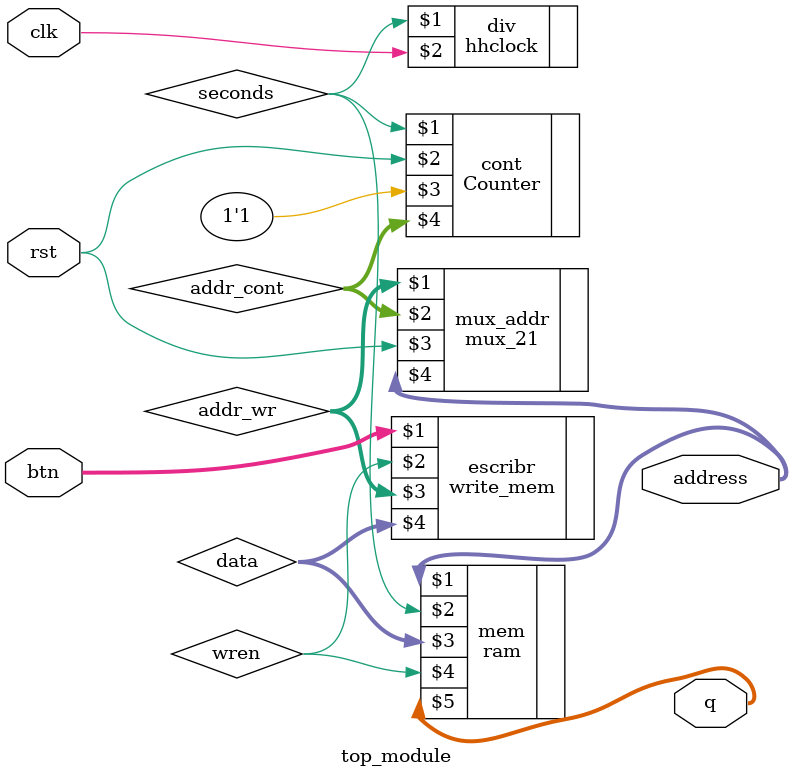
<source format=sv>
module top_module(input logic clk, rst, 
						input logic [2:0] btn,
						output [7:0] q,
						output [7:0] address);

logic wren, seconds;

logic [7:0] data, addr_wr, addr_cont;

ram mem(address, seconds, data, wren, q);
Counter cont(seconds, rst, 1'b1, addr_cont);
hhclock div(seconds, clk);
write_mem escribr(btn, wren, addr_wr, data);
mux_21 mux_addr(addr_wr, addr_cont, rst, address);

endmodule
</source>
